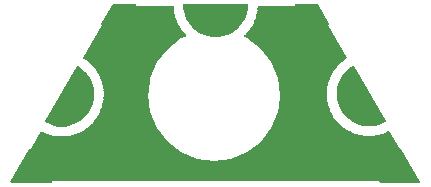
<source format=gbr>
G04 EAGLE Gerber RS-274X export*
G75*
%MOMM*%
%FSLAX34Y34*%
%LPD*%
%INTop Copper*%
%IPPOS*%
%AMOC8*
5,1,8,0,0,1.08239X$1,22.5*%
G01*
%ADD10C,1.000000*%

G36*
X519442Y345711D02*
X519442Y345711D01*
X519483Y345709D01*
X519539Y345730D01*
X519597Y345742D01*
X519631Y345766D01*
X519669Y345780D01*
X519712Y345821D01*
X519761Y345855D01*
X519783Y345889D01*
X519812Y345918D01*
X519836Y345972D01*
X519868Y346022D01*
X519875Y346063D01*
X519891Y346101D01*
X519891Y346160D01*
X519901Y346218D01*
X519891Y346258D01*
X519892Y346299D01*
X519865Y346369D01*
X519855Y346412D01*
X519842Y346429D01*
X519833Y346455D01*
X503729Y373877D01*
X503723Y373883D01*
X503720Y373891D01*
X503657Y373957D01*
X503596Y374025D01*
X503588Y374028D01*
X503582Y374034D01*
X503499Y374070D01*
X503416Y374109D01*
X503407Y374110D01*
X503400Y374113D01*
X503309Y374113D01*
X503217Y374117D01*
X503209Y374114D01*
X503201Y374114D01*
X503045Y374055D01*
X502601Y373794D01*
X493494Y389568D01*
X493486Y389571D01*
X493484Y389574D01*
X493483Y389574D01*
X493481Y389572D01*
X493479Y389573D01*
X493479Y389572D01*
X493478Y389572D01*
X492602Y389067D01*
X492273Y389024D01*
X492272Y389022D01*
X492270Y389023D01*
X490831Y388331D01*
X490830Y388329D01*
X490828Y388329D01*
X490319Y387908D01*
X489298Y387593D01*
X489297Y387592D01*
X489296Y387592D01*
X488333Y387129D01*
X487673Y387092D01*
X487672Y387091D01*
X487671Y387091D01*
X487670Y387091D01*
X485829Y386524D01*
X485828Y386522D01*
X485826Y386523D01*
X485260Y386182D01*
X484203Y386023D01*
X484203Y386022D01*
X484202Y386023D01*
X483180Y385708D01*
X482522Y385770D01*
X482520Y385769D01*
X482519Y385770D01*
X480614Y385483D01*
X480613Y385482D01*
X480611Y385482D01*
X480000Y385230D01*
X478932Y385230D01*
X478931Y385229D01*
X478930Y385230D01*
X477873Y385071D01*
X477231Y385230D01*
X477230Y385229D01*
X477228Y385231D01*
X475302Y385231D01*
X475300Y385230D01*
X475299Y385231D01*
X474657Y385072D01*
X473601Y385232D01*
X473600Y385231D01*
X473599Y385232D01*
X472530Y385232D01*
X471919Y385485D01*
X471918Y385485D01*
X471917Y385486D01*
X470012Y385774D01*
X470010Y385773D01*
X470009Y385774D01*
X469351Y385712D01*
X468329Y386028D01*
X468328Y386027D01*
X468328Y386028D01*
X467271Y386188D01*
X466705Y386529D01*
X466703Y386529D01*
X466702Y386530D01*
X464861Y387099D01*
X464860Y387098D01*
X464858Y387099D01*
X464199Y387136D01*
X463236Y387601D01*
X463235Y387600D01*
X463234Y387601D01*
X462213Y387917D01*
X461704Y388338D01*
X461702Y388338D01*
X461702Y388340D01*
X459966Y389176D01*
X459964Y389176D01*
X459963Y389177D01*
X459316Y389313D01*
X458434Y389915D01*
X458432Y389915D01*
X458432Y389916D01*
X457469Y390380D01*
X457029Y390873D01*
X457027Y390873D01*
X457027Y390875D01*
X455435Y391961D01*
X455433Y391960D01*
X455433Y391962D01*
X454813Y392192D01*
X454030Y392919D01*
X454028Y392919D01*
X454028Y392920D01*
X453145Y393523D01*
X452784Y394076D01*
X452782Y394076D01*
X452782Y394078D01*
X451370Y395389D01*
X451368Y395389D01*
X451367Y395391D01*
X450789Y395711D01*
X450123Y396546D01*
X450122Y396546D01*
X450122Y396548D01*
X449338Y397275D01*
X449063Y397876D01*
X449061Y397877D01*
X449062Y397878D01*
X447861Y399385D01*
X447859Y399385D01*
X447859Y399387D01*
X447334Y399789D01*
X446800Y400715D01*
X446799Y400716D01*
X446799Y400717D01*
X446133Y401553D01*
X445951Y402188D01*
X445949Y402189D01*
X445949Y402190D01*
X444986Y403859D01*
X444985Y403860D01*
X444985Y403862D01*
X444526Y404338D01*
X444136Y405333D01*
X444135Y405333D01*
X444136Y405334D01*
X443601Y406260D01*
X443515Y406916D01*
X443514Y406917D01*
X443515Y406918D01*
X442811Y408712D01*
X442810Y408713D01*
X442810Y408715D01*
X442428Y409254D01*
X442190Y410296D01*
X442189Y410296D01*
X442190Y410297D01*
X441799Y411293D01*
X441812Y411953D01*
X441811Y411955D01*
X441812Y411956D01*
X441384Y413835D01*
X441382Y413836D01*
X441383Y413837D01*
X441085Y414428D01*
X441005Y415493D01*
X441005Y415494D01*
X441005Y415495D01*
X440768Y416537D01*
X440879Y417189D01*
X440878Y417191D01*
X440879Y417192D01*
X440735Y419113D01*
X440734Y419114D01*
X440735Y419116D01*
X440528Y419744D01*
X440609Y420810D01*
X440608Y420811D01*
X440609Y420811D01*
X440529Y421877D01*
X440736Y422505D01*
X440735Y422507D01*
X440736Y422508D01*
X440881Y424429D01*
X440881Y424430D01*
X440880Y424431D01*
X440881Y424432D01*
X440770Y425084D01*
X441009Y426126D01*
X441008Y426127D01*
X441009Y426127D01*
X441089Y427193D01*
X441387Y427783D01*
X441387Y427784D01*
X441387Y427785D01*
X441388Y427786D01*
X441817Y429664D01*
X441816Y429666D01*
X441818Y429667D01*
X441806Y430328D01*
X442196Y431322D01*
X442196Y431324D01*
X442197Y431324D01*
X442435Y432366D01*
X442818Y432905D01*
X442817Y432907D01*
X442819Y432908D01*
X443524Y434701D01*
X443523Y434703D01*
X443524Y434704D01*
X443528Y434732D01*
X443536Y434791D01*
X443544Y434851D01*
X443552Y434911D01*
X443559Y434970D01*
X443567Y435030D01*
X443575Y435090D01*
X443583Y435149D01*
X443591Y435209D01*
X443596Y435245D01*
X443599Y435269D01*
X443604Y435305D01*
X443607Y435328D01*
X443607Y435329D01*
X443611Y435359D01*
X444145Y436284D01*
X444145Y436286D01*
X444146Y436286D01*
X444537Y437281D01*
X444996Y437757D01*
X444996Y437758D01*
X444997Y437759D01*
X445961Y439427D01*
X445961Y439429D01*
X445962Y439430D01*
X446146Y440065D01*
X446812Y440900D01*
X446812Y440901D01*
X446813Y440902D01*
X447348Y441827D01*
X447872Y442229D01*
X447873Y442231D01*
X447874Y442231D01*
X449076Y443737D01*
X449076Y443739D01*
X449078Y443740D01*
X449354Y444340D01*
X450137Y445067D01*
X450137Y445068D01*
X450139Y445068D01*
X450805Y445904D01*
X451384Y446223D01*
X451384Y446225D01*
X451386Y446225D01*
X452799Y447535D01*
X452799Y447537D01*
X452801Y447537D01*
X453163Y448090D01*
X454046Y448692D01*
X454047Y448693D01*
X454048Y448693D01*
X454831Y449420D01*
X455451Y449649D01*
X455452Y449651D01*
X455454Y449651D01*
X456773Y450550D01*
X456774Y450552D01*
X456776Y450553D01*
X456978Y450815D01*
X457835Y451310D01*
X457840Y451325D01*
X457839Y451325D01*
X457839Y451326D01*
X441888Y478954D01*
X442516Y479251D01*
X442538Y479268D01*
X442565Y479278D01*
X442617Y479327D01*
X442675Y479370D01*
X442689Y479395D01*
X442710Y479414D01*
X442739Y479480D01*
X442775Y479542D01*
X442778Y479570D01*
X442790Y479596D01*
X442791Y479668D01*
X442800Y479739D01*
X442792Y479766D01*
X442793Y479795D01*
X442757Y479890D01*
X442746Y479930D01*
X442739Y479939D01*
X442735Y479951D01*
X433235Y496451D01*
X433183Y496510D01*
X433137Y496572D01*
X433118Y496583D01*
X433103Y496600D01*
X433033Y496634D01*
X432966Y496674D01*
X432942Y496678D01*
X432924Y496686D01*
X432879Y496688D01*
X432802Y496701D01*
X413802Y496701D01*
X413774Y496696D01*
X413746Y496698D01*
X413678Y496676D01*
X413607Y496662D01*
X413584Y496646D01*
X413557Y496637D01*
X413502Y496590D01*
X413443Y496549D01*
X413428Y496525D01*
X413407Y496507D01*
X413375Y496442D01*
X413336Y496382D01*
X413331Y496354D01*
X413319Y496328D01*
X413310Y496227D01*
X413303Y496185D01*
X413305Y496175D01*
X413304Y496162D01*
X413361Y495447D01*
X382014Y495447D01*
X382002Y495437D01*
X382003Y495436D01*
X382002Y495435D01*
X382002Y494665D01*
X381875Y494359D01*
X381876Y494356D01*
X381874Y494355D01*
X381754Y492763D01*
X381755Y492761D01*
X381754Y492760D01*
X381865Y492108D01*
X381626Y491066D01*
X381627Y491065D01*
X381626Y491064D01*
X381546Y489998D01*
X381248Y489409D01*
X381248Y489407D01*
X381247Y489406D01*
X380818Y487528D01*
X380819Y487526D01*
X380817Y487525D01*
X380829Y486864D01*
X380439Y485869D01*
X380439Y485868D01*
X380438Y485867D01*
X380200Y484825D01*
X379817Y484287D01*
X379818Y484285D01*
X379816Y484284D01*
X379111Y482491D01*
X379112Y482489D01*
X379111Y482488D01*
X379109Y482473D01*
X379101Y482413D01*
X379098Y482389D01*
X379090Y482329D01*
X379082Y482270D01*
X379079Y482246D01*
X379071Y482186D01*
X379063Y482127D01*
X379063Y482126D01*
X379055Y482067D01*
X379052Y482043D01*
X379044Y481983D01*
X379036Y481924D01*
X379033Y481900D01*
X379025Y481840D01*
X379024Y481833D01*
X378490Y480907D01*
X378490Y480906D01*
X378489Y480906D01*
X378098Y479911D01*
X377639Y479435D01*
X377639Y479433D01*
X377638Y479433D01*
X376674Y477764D01*
X376674Y477763D01*
X376673Y477762D01*
X376489Y477127D01*
X375823Y476291D01*
X375823Y476290D01*
X375822Y476290D01*
X375287Y475364D01*
X374763Y474962D01*
X374762Y474960D01*
X374761Y474960D01*
X373559Y473454D01*
X373559Y473452D01*
X373557Y473452D01*
X373281Y472851D01*
X372498Y472124D01*
X372498Y472123D01*
X372496Y472123D01*
X371830Y471288D01*
X371251Y470968D01*
X371251Y470966D01*
X371249Y470967D01*
X369836Y469656D01*
X369836Y469654D01*
X369834Y469654D01*
X369725Y469487D01*
X369725Y469486D01*
X369724Y469486D01*
X369725Y469484D01*
X369727Y469471D01*
X369729Y469471D01*
X369730Y469469D01*
X373154Y468051D01*
X384739Y459161D01*
X393629Y447576D01*
X399217Y434086D01*
X401123Y419608D01*
X401115Y419550D01*
X401110Y419514D01*
X401104Y419467D01*
X401099Y419431D01*
X401093Y419383D01*
X401088Y419347D01*
X401077Y419264D01*
X401073Y419228D01*
X401066Y419180D01*
X401062Y419144D01*
X401055Y419097D01*
X401055Y419096D01*
X401051Y419061D01*
X401040Y418977D01*
X401029Y418894D01*
X401024Y418858D01*
X401018Y418810D01*
X401013Y418774D01*
X401007Y418726D01*
X401002Y418691D01*
X400991Y418607D01*
X400986Y418571D01*
X400980Y418524D01*
X400980Y418523D01*
X400975Y418488D01*
X400969Y418440D01*
X400964Y418404D01*
X400953Y418321D01*
X400949Y418285D01*
X400942Y418237D01*
X400938Y418201D01*
X400931Y418153D01*
X400927Y418118D01*
X400916Y418034D01*
X400905Y417951D01*
X400905Y417950D01*
X400900Y417915D01*
X400894Y417867D01*
X400889Y417831D01*
X400883Y417783D01*
X400878Y417748D01*
X400867Y417664D01*
X400862Y417628D01*
X400856Y417580D01*
X400851Y417545D01*
X400845Y417497D01*
X400840Y417461D01*
X400829Y417378D01*
X400829Y417377D01*
X400824Y417342D01*
X400818Y417294D01*
X400813Y417258D01*
X400807Y417210D01*
X400802Y417175D01*
X400791Y417091D01*
X400780Y417007D01*
X400776Y416972D01*
X400769Y416924D01*
X400765Y416888D01*
X400758Y416840D01*
X400754Y416805D01*
X400754Y416804D01*
X400743Y416721D01*
X400738Y416685D01*
X400732Y416637D01*
X400727Y416602D01*
X400721Y416554D01*
X400716Y416518D01*
X400705Y416434D01*
X400700Y416399D01*
X400694Y416351D01*
X400689Y416315D01*
X400683Y416267D01*
X400678Y416232D01*
X400678Y416231D01*
X400667Y416148D01*
X400656Y416064D01*
X400652Y416029D01*
X400651Y416029D01*
X400652Y416029D01*
X400645Y415981D01*
X400641Y415945D01*
X400640Y415945D01*
X400641Y415945D01*
X400634Y415897D01*
X400630Y415861D01*
X400629Y415861D01*
X400630Y415861D01*
X400619Y415778D01*
X400618Y415778D01*
X400619Y415778D01*
X400614Y415742D01*
X400608Y415694D01*
X400607Y415694D01*
X400603Y415659D01*
X400603Y415658D01*
X400597Y415611D01*
X400596Y415611D01*
X400592Y415575D01*
X400581Y415491D01*
X400576Y415456D01*
X400570Y415408D01*
X400565Y415372D01*
X400559Y415324D01*
X400554Y415288D01*
X400543Y415205D01*
X400532Y415121D01*
X400527Y415086D01*
X400527Y415085D01*
X400521Y415038D01*
X400516Y415002D01*
X400510Y414954D01*
X400505Y414918D01*
X400494Y414835D01*
X400490Y414799D01*
X400483Y414751D01*
X400479Y414715D01*
X400472Y414668D01*
X400468Y414632D01*
X400457Y414548D01*
X400452Y414513D01*
X400452Y414512D01*
X400446Y414465D01*
X400441Y414429D01*
X400435Y414381D01*
X400430Y414345D01*
X400419Y414262D01*
X400408Y414178D01*
X400403Y414142D01*
X400397Y414095D01*
X400392Y414059D01*
X400386Y414011D01*
X400381Y413975D01*
X400370Y413892D01*
X400365Y413856D01*
X400359Y413808D01*
X400354Y413772D01*
X400348Y413725D01*
X400343Y413689D01*
X400332Y413605D01*
X400328Y413569D01*
X400321Y413522D01*
X400317Y413486D01*
X400310Y413438D01*
X400306Y413402D01*
X400295Y413319D01*
X400284Y413235D01*
X400279Y413199D01*
X400273Y413152D01*
X400268Y413116D01*
X400262Y413068D01*
X400257Y413032D01*
X400246Y412949D01*
X400241Y412913D01*
X400235Y412865D01*
X400230Y412829D01*
X400224Y412782D01*
X400219Y412746D01*
X400208Y412662D01*
X400204Y412626D01*
X400197Y412579D01*
X400193Y412543D01*
X400186Y412495D01*
X400182Y412459D01*
X400171Y412376D01*
X400160Y412292D01*
X400155Y412256D01*
X400149Y412209D01*
X400144Y412173D01*
X400138Y412125D01*
X400133Y412089D01*
X400122Y412006D01*
X400117Y411970D01*
X400111Y411922D01*
X400106Y411886D01*
X400100Y411839D01*
X400100Y411838D01*
X400095Y411803D01*
X400084Y411719D01*
X400079Y411683D01*
X400073Y411636D01*
X400068Y411600D01*
X400062Y411552D01*
X400057Y411516D01*
X400046Y411433D01*
X400035Y411349D01*
X400031Y411313D01*
X400024Y411266D01*
X400024Y411265D01*
X400020Y411230D01*
X400013Y411182D01*
X400009Y411146D01*
X399998Y411063D01*
X399993Y411027D01*
X399987Y410979D01*
X399982Y410943D01*
X399976Y410895D01*
X399971Y410860D01*
X399960Y410776D01*
X399955Y410740D01*
X399949Y410693D01*
X399949Y410692D01*
X399944Y410657D01*
X399938Y410609D01*
X399933Y410573D01*
X399922Y410490D01*
X399911Y410406D01*
X399907Y410370D01*
X399900Y410322D01*
X399896Y410287D01*
X399889Y410239D01*
X399885Y410203D01*
X399874Y410120D01*
X399874Y410119D01*
X399869Y410084D01*
X399863Y410036D01*
X399858Y410000D01*
X399852Y409952D01*
X399847Y409917D01*
X399836Y409833D01*
X399831Y409797D01*
X399825Y409749D01*
X399820Y409714D01*
X399814Y409666D01*
X399809Y409630D01*
X399798Y409547D01*
X399798Y409546D01*
X399787Y409463D01*
X399782Y409427D01*
X399776Y409379D01*
X399771Y409344D01*
X399765Y409296D01*
X399760Y409260D01*
X399749Y409176D01*
X399745Y409141D01*
X399738Y409093D01*
X399734Y409057D01*
X399727Y409009D01*
X399723Y408974D01*
X399723Y408973D01*
X399712Y408890D01*
X399707Y408854D01*
X399701Y408806D01*
X399696Y408771D01*
X399690Y408723D01*
X399685Y408687D01*
X399674Y408603D01*
X399663Y408520D01*
X399658Y408484D01*
X399652Y408436D01*
X399647Y408401D01*
X399647Y408400D01*
X399641Y408353D01*
X399636Y408317D01*
X399625Y408233D01*
X399621Y408198D01*
X399614Y408150D01*
X399610Y408114D01*
X399603Y408066D01*
X399599Y408030D01*
X399588Y407947D01*
X399583Y407911D01*
X399577Y407863D01*
X399572Y407828D01*
X399572Y407827D01*
X399566Y407780D01*
X399561Y407744D01*
X399550Y407660D01*
X399539Y407577D01*
X399534Y407541D01*
X399528Y407493D01*
X399523Y407457D01*
X399517Y407410D01*
X399512Y407374D01*
X399501Y407290D01*
X399496Y407255D01*
X399496Y407254D01*
X399490Y407207D01*
X399485Y407171D01*
X399479Y407123D01*
X399474Y407087D01*
X399463Y407004D01*
X399459Y406968D01*
X399452Y406920D01*
X399448Y406884D01*
X399441Y406837D01*
X399437Y406801D01*
X399426Y406717D01*
X399415Y406634D01*
X399410Y406598D01*
X399404Y406550D01*
X399399Y406514D01*
X399393Y406467D01*
X399388Y406431D01*
X399377Y406347D01*
X399372Y406311D01*
X399366Y406264D01*
X399361Y406228D01*
X399355Y406180D01*
X399350Y406144D01*
X399339Y406061D01*
X399335Y406025D01*
X399334Y406025D01*
X399335Y406025D01*
X399328Y405977D01*
X399324Y405941D01*
X399323Y405941D01*
X399324Y405941D01*
X399317Y405894D01*
X399313Y405858D01*
X399312Y405858D01*
X399313Y405858D01*
X399302Y405774D01*
X399301Y405774D01*
X399302Y405774D01*
X399291Y405691D01*
X399290Y405691D01*
X399291Y405691D01*
X399286Y405655D01*
X399280Y405607D01*
X399279Y405607D01*
X399275Y405571D01*
X399269Y405524D01*
X399268Y405524D01*
X399264Y405488D01*
X399253Y405404D01*
X399248Y405368D01*
X399242Y405321D01*
X399237Y405285D01*
X399231Y405237D01*
X399226Y405201D01*
X399217Y405130D01*
X393629Y391640D01*
X384739Y380055D01*
X373154Y371165D01*
X359664Y365577D01*
X345186Y363671D01*
X330708Y365577D01*
X317218Y371165D01*
X305633Y380055D01*
X296743Y391640D01*
X291155Y405130D01*
X289249Y419608D01*
X289254Y419643D01*
X289259Y419678D01*
X289265Y419726D01*
X289270Y419762D01*
X289281Y419846D01*
X289285Y419881D01*
X289292Y419929D01*
X289296Y419965D01*
X289303Y420013D01*
X289307Y420048D01*
X289307Y420049D01*
X289318Y420132D01*
X289323Y420168D01*
X289329Y420216D01*
X289334Y420251D01*
X289340Y420299D01*
X289345Y420335D01*
X289356Y420419D01*
X289367Y420502D01*
X289372Y420538D01*
X289378Y420586D01*
X289383Y420621D01*
X289383Y420622D01*
X289394Y420705D01*
X289405Y420789D01*
X289409Y420824D01*
X289416Y420872D01*
X289420Y420908D01*
X289427Y420956D01*
X289431Y420992D01*
X289442Y421075D01*
X289447Y421111D01*
X289453Y421159D01*
X289458Y421194D01*
X289458Y421195D01*
X289464Y421242D01*
X289469Y421278D01*
X289480Y421362D01*
X289485Y421397D01*
X289491Y421445D01*
X289496Y421481D01*
X289502Y421529D01*
X289507Y421565D01*
X289518Y421648D01*
X289529Y421732D01*
X289534Y421767D01*
X289534Y421768D01*
X289540Y421815D01*
X289545Y421851D01*
X289556Y421935D01*
X289567Y422018D01*
X289571Y422054D01*
X289578Y422102D01*
X289582Y422138D01*
X289589Y422185D01*
X289593Y422221D01*
X289604Y422305D01*
X289609Y422340D01*
X289609Y422341D01*
X289615Y422388D01*
X289620Y422424D01*
X289626Y422472D01*
X289631Y422508D01*
X289642Y422591D01*
X289647Y422627D01*
X289653Y422675D01*
X289658Y422711D01*
X289664Y422758D01*
X289669Y422794D01*
X289680Y422878D01*
X289691Y422961D01*
X289695Y422997D01*
X289702Y423045D01*
X289706Y423081D01*
X289713Y423128D01*
X289717Y423164D01*
X289728Y423248D01*
X289733Y423284D01*
X289739Y423331D01*
X289744Y423367D01*
X289750Y423415D01*
X289755Y423451D01*
X289766Y423534D01*
X289771Y423570D01*
X289777Y423618D01*
X289782Y423654D01*
X289788Y423701D01*
X289793Y423737D01*
X289804Y423821D01*
X289809Y423857D01*
X289815Y423904D01*
X289820Y423940D01*
X289826Y423988D01*
X289831Y424024D01*
X289842Y424107D01*
X289853Y424191D01*
X289857Y424227D01*
X289864Y424274D01*
X289868Y424310D01*
X289875Y424358D01*
X289879Y424394D01*
X289890Y424477D01*
X289895Y424513D01*
X289901Y424561D01*
X289906Y424597D01*
X289912Y424644D01*
X289917Y424680D01*
X289928Y424764D01*
X289933Y424800D01*
X289939Y424847D01*
X289944Y424883D01*
X289950Y424931D01*
X289955Y424967D01*
X289966Y425050D01*
X289970Y425086D01*
X289977Y425134D01*
X289981Y425170D01*
X289988Y425217D01*
X289992Y425253D01*
X290003Y425337D01*
X290014Y425420D01*
X290019Y425456D01*
X290025Y425504D01*
X290030Y425540D01*
X290036Y425587D01*
X290036Y425588D01*
X290041Y425623D01*
X290052Y425707D01*
X290057Y425743D01*
X290063Y425790D01*
X290068Y425826D01*
X290074Y425874D01*
X290079Y425910D01*
X290090Y425993D01*
X290095Y426029D01*
X290101Y426077D01*
X290106Y426113D01*
X290112Y426160D01*
X290112Y426161D01*
X290117Y426196D01*
X290128Y426280D01*
X290132Y426316D01*
X290139Y426363D01*
X290143Y426399D01*
X290150Y426447D01*
X290154Y426483D01*
X290165Y426566D01*
X290176Y426650D01*
X290181Y426686D01*
X290187Y426733D01*
X290187Y426734D01*
X290192Y426769D01*
X290198Y426817D01*
X290203Y426853D01*
X290214Y426936D01*
X290219Y426972D01*
X290225Y427020D01*
X290230Y427056D01*
X290236Y427104D01*
X290241Y427139D01*
X290252Y427223D01*
X290256Y427259D01*
X290257Y427259D01*
X290256Y427259D01*
X290263Y427306D01*
X290263Y427307D01*
X290267Y427342D01*
X290268Y427342D01*
X290267Y427342D01*
X290274Y427390D01*
X290278Y427426D01*
X290279Y427426D01*
X290278Y427426D01*
X290289Y427509D01*
X290290Y427509D01*
X290289Y427509D01*
X290300Y427593D01*
X290301Y427593D01*
X290305Y427629D01*
X290311Y427677D01*
X290312Y427677D01*
X290316Y427712D01*
X290327Y427796D01*
X290338Y427879D01*
X290338Y427880D01*
X290343Y427915D01*
X290349Y427963D01*
X290354Y427999D01*
X290360Y428047D01*
X290365Y428082D01*
X290376Y428166D01*
X290381Y428202D01*
X290387Y428250D01*
X290392Y428285D01*
X290398Y428333D01*
X290403Y428369D01*
X290414Y428452D01*
X290414Y428453D01*
X290418Y428488D01*
X290425Y428536D01*
X290429Y428572D01*
X290436Y428620D01*
X290440Y428655D01*
X290451Y428739D01*
X290462Y428823D01*
X290467Y428858D01*
X290473Y428906D01*
X290478Y428942D01*
X290489Y429025D01*
X290489Y429026D01*
X290500Y429109D01*
X290505Y429145D01*
X290511Y429193D01*
X290516Y429228D01*
X290522Y429276D01*
X290527Y429312D01*
X290538Y429396D01*
X290543Y429431D01*
X290549Y429479D01*
X290554Y429515D01*
X290560Y429563D01*
X290565Y429598D01*
X290565Y429599D01*
X290576Y429682D01*
X290580Y429718D01*
X290587Y429766D01*
X290591Y429801D01*
X290598Y429849D01*
X290602Y429885D01*
X290613Y429969D01*
X290624Y430052D01*
X290629Y430088D01*
X290635Y430136D01*
X290640Y430171D01*
X290640Y430172D01*
X290651Y430255D01*
X290662Y430339D01*
X290667Y430374D01*
X290673Y430422D01*
X290678Y430458D01*
X290684Y430506D01*
X290689Y430542D01*
X290700Y430625D01*
X290704Y430661D01*
X290711Y430709D01*
X290715Y430744D01*
X290715Y430745D01*
X290722Y430792D01*
X290726Y430828D01*
X290737Y430912D01*
X290742Y430947D01*
X290748Y430995D01*
X290753Y431031D01*
X290759Y431079D01*
X290764Y431115D01*
X290775Y431198D01*
X290786Y431282D01*
X290791Y431317D01*
X290791Y431318D01*
X290797Y431365D01*
X290802Y431401D01*
X290813Y431485D01*
X290824Y431568D01*
X290829Y431604D01*
X290835Y431652D01*
X290840Y431688D01*
X290846Y431735D01*
X290851Y431771D01*
X290862Y431855D01*
X290866Y431890D01*
X290866Y431891D01*
X290873Y431938D01*
X290877Y431974D01*
X290884Y432022D01*
X290888Y432058D01*
X290899Y432141D01*
X290904Y432177D01*
X290910Y432225D01*
X290915Y432261D01*
X290921Y432308D01*
X290926Y432344D01*
X290937Y432428D01*
X290948Y432511D01*
X290953Y432547D01*
X290959Y432595D01*
X290964Y432631D01*
X290975Y432714D01*
X290986Y432798D01*
X290990Y432834D01*
X290997Y432881D01*
X291001Y432917D01*
X291008Y432965D01*
X291012Y433001D01*
X291023Y433084D01*
X291028Y433120D01*
X291034Y433168D01*
X291039Y433204D01*
X291045Y433251D01*
X291050Y433287D01*
X291061Y433371D01*
X291066Y433407D01*
X291072Y433454D01*
X291077Y433490D01*
X291083Y433538D01*
X291088Y433574D01*
X291099Y433657D01*
X291110Y433741D01*
X291115Y433777D01*
X291121Y433824D01*
X291126Y433860D01*
X291132Y433908D01*
X291137Y433944D01*
X291148Y434027D01*
X291152Y434063D01*
X291155Y434086D01*
X296743Y447576D01*
X305633Y459161D01*
X317218Y468051D01*
X322312Y470161D01*
X322313Y470163D01*
X322315Y470163D01*
X322315Y470167D01*
X322319Y470175D01*
X322315Y470177D01*
X322315Y470180D01*
X321451Y470982D01*
X321450Y470983D01*
X321449Y470984D01*
X320871Y471304D01*
X320205Y472140D01*
X320204Y472140D01*
X320204Y472141D01*
X319420Y472868D01*
X319145Y473469D01*
X319143Y473470D01*
X319143Y473472D01*
X317943Y474978D01*
X317941Y474979D01*
X317941Y474980D01*
X317416Y475383D01*
X316882Y476309D01*
X316881Y476309D01*
X316881Y476310D01*
X316215Y477146D01*
X316032Y477781D01*
X316031Y477782D01*
X316031Y477784D01*
X315068Y479453D01*
X315066Y479453D01*
X315067Y479455D01*
X314608Y479931D01*
X314218Y480926D01*
X314217Y480927D01*
X314217Y480928D01*
X313683Y481854D01*
X313597Y482509D01*
X313596Y482510D01*
X313596Y482512D01*
X312893Y484306D01*
X312891Y484306D01*
X312892Y484308D01*
X312509Y484847D01*
X312272Y485889D01*
X312271Y485890D01*
X312271Y485891D01*
X311881Y486886D01*
X311894Y487547D01*
X311893Y487548D01*
X311894Y487550D01*
X311465Y489428D01*
X311464Y489429D01*
X311464Y489431D01*
X311167Y490021D01*
X311087Y491087D01*
X311086Y491088D01*
X311087Y491089D01*
X310849Y492131D01*
X310960Y492782D01*
X310960Y492783D01*
X310960Y492784D01*
X310961Y492785D01*
X310842Y494378D01*
X310840Y494380D01*
X310841Y494381D01*
X310714Y494688D01*
X310714Y495435D01*
X310704Y495447D01*
X310703Y495446D01*
X310702Y495447D01*
X279043Y495447D01*
X279100Y496162D01*
X279096Y496191D01*
X279101Y496219D01*
X279084Y496288D01*
X279076Y496360D01*
X279062Y496384D01*
X279055Y496412D01*
X279012Y496470D01*
X278977Y496532D01*
X278954Y496549D01*
X278937Y496572D01*
X278875Y496609D01*
X278818Y496652D01*
X278790Y496659D01*
X278766Y496674D01*
X278666Y496690D01*
X278625Y496701D01*
X278615Y496699D01*
X278602Y496701D01*
X259602Y496701D01*
X259526Y496686D01*
X259448Y496677D01*
X259429Y496666D01*
X259407Y496662D01*
X259343Y496618D01*
X259275Y496579D01*
X259259Y496560D01*
X259243Y496549D01*
X259219Y496511D01*
X259169Y496451D01*
X249669Y479951D01*
X249660Y479924D01*
X249644Y479900D01*
X249629Y479830D01*
X249606Y479762D01*
X249609Y479734D01*
X249603Y479706D01*
X249617Y479636D01*
X249622Y479564D01*
X249635Y479539D01*
X249641Y479511D01*
X249681Y479451D01*
X249714Y479388D01*
X249736Y479370D01*
X249752Y479346D01*
X249835Y479288D01*
X249867Y479261D01*
X249878Y479258D01*
X249889Y479251D01*
X250516Y478954D01*
X234419Y451073D01*
X234422Y451058D01*
X234423Y451058D01*
X234424Y451057D01*
X235341Y450527D01*
X235543Y450264D01*
X235545Y450264D01*
X235545Y450262D01*
X236865Y449362D01*
X236867Y449362D01*
X236867Y449360D01*
X237487Y449130D01*
X238270Y448403D01*
X238272Y448403D01*
X238272Y448402D01*
X239154Y447799D01*
X239516Y447246D01*
X239518Y447246D01*
X239518Y447244D01*
X240930Y445933D01*
X240932Y445933D01*
X240933Y445931D01*
X241511Y445612D01*
X242177Y444776D01*
X242178Y444776D01*
X242178Y444775D01*
X242961Y444047D01*
X243237Y443446D01*
X243239Y443446D01*
X243238Y443444D01*
X244439Y441937D01*
X244441Y441937D01*
X244441Y441935D01*
X244965Y441533D01*
X245500Y440607D01*
X245501Y440606D01*
X245501Y440605D01*
X246167Y439770D01*
X246349Y439134D01*
X246351Y439133D01*
X246350Y439132D01*
X247313Y437463D01*
X247315Y437462D01*
X247315Y437460D01*
X247773Y436984D01*
X248164Y435989D01*
X248165Y435989D01*
X248164Y435988D01*
X248699Y435062D01*
X248785Y434407D01*
X248786Y434405D01*
X248785Y434404D01*
X249489Y432610D01*
X249490Y432609D01*
X249490Y432607D01*
X249872Y432068D01*
X250110Y431026D01*
X250111Y431026D01*
X250110Y431025D01*
X250500Y430029D01*
X250488Y429369D01*
X250489Y429367D01*
X250488Y429366D01*
X250916Y427487D01*
X250918Y427486D01*
X250917Y427485D01*
X251215Y426894D01*
X251294Y425829D01*
X251295Y425828D01*
X251295Y425827D01*
X251532Y424785D01*
X251421Y424133D01*
X251422Y424132D01*
X251421Y424130D01*
X251565Y422209D01*
X251566Y422208D01*
X251565Y422206D01*
X251771Y421578D01*
X251691Y420513D01*
X251692Y420512D01*
X251691Y420511D01*
X251771Y419445D01*
X251564Y418817D01*
X251565Y418815D01*
X251563Y418814D01*
X251419Y416893D01*
X251420Y416892D01*
X251419Y416890D01*
X251529Y416239D01*
X251291Y415196D01*
X251292Y415195D01*
X251291Y415195D01*
X251211Y414129D01*
X250913Y413539D01*
X250913Y413537D01*
X250912Y413536D01*
X250482Y411658D01*
X250483Y411656D01*
X250482Y411655D01*
X250494Y410995D01*
X250104Y410000D01*
X250104Y409999D01*
X250103Y409998D01*
X249865Y408956D01*
X249482Y408417D01*
X249482Y408415D01*
X249481Y408415D01*
X248776Y406621D01*
X248777Y406619D01*
X248776Y406618D01*
X248773Y406598D01*
X248770Y406574D01*
X248762Y406514D01*
X248754Y406455D01*
X248746Y406395D01*
X248743Y406371D01*
X248735Y406311D01*
X248727Y406252D01*
X248724Y406228D01*
X248716Y406168D01*
X248708Y406109D01*
X248708Y406108D01*
X248700Y406049D01*
X248697Y406025D01*
X248689Y405965D01*
X248689Y405963D01*
X248155Y405038D01*
X248155Y405037D01*
X248154Y405036D01*
X247763Y404041D01*
X247304Y403565D01*
X247304Y403564D01*
X247302Y403563D01*
X246339Y401895D01*
X246339Y401893D01*
X246337Y401892D01*
X246154Y401257D01*
X245488Y400422D01*
X245488Y400421D01*
X245487Y400420D01*
X244952Y399495D01*
X244427Y399093D01*
X244427Y399091D01*
X244425Y399091D01*
X243224Y397585D01*
X243224Y397583D01*
X243222Y397582D01*
X242946Y396982D01*
X242163Y396255D01*
X242162Y396254D01*
X242161Y396254D01*
X241495Y395418D01*
X240916Y395099D01*
X240916Y395097D01*
X240914Y395097D01*
X239501Y393787D01*
X239501Y393785D01*
X239499Y393785D01*
X239137Y393232D01*
X238254Y392630D01*
X238253Y392629D01*
X238252Y392629D01*
X237469Y391902D01*
X236849Y391673D01*
X236848Y391671D01*
X236846Y391671D01*
X235254Y390586D01*
X235254Y390585D01*
X235252Y390585D01*
X234811Y390092D01*
X233848Y389628D01*
X233848Y389627D01*
X233847Y389627D01*
X232963Y389026D01*
X232316Y388891D01*
X232315Y388889D01*
X232314Y388890D01*
X230577Y388055D01*
X230577Y388053D01*
X230575Y388053D01*
X230066Y387632D01*
X229044Y387317D01*
X229044Y387316D01*
X229043Y387316D01*
X228080Y386853D01*
X227420Y386816D01*
X227418Y386814D01*
X227417Y386815D01*
X225576Y386248D01*
X225575Y386246D01*
X225573Y386247D01*
X225007Y385906D01*
X223950Y385747D01*
X223949Y385746D01*
X223948Y385747D01*
X222927Y385432D01*
X222269Y385494D01*
X222267Y385493D01*
X222266Y385494D01*
X220361Y385207D01*
X220359Y385206D01*
X220358Y385206D01*
X219747Y384954D01*
X219457Y384954D01*
X219360Y384954D01*
X218678Y384954D01*
X218677Y384954D01*
X217619Y384795D01*
X216978Y384954D01*
X216977Y384954D01*
X216976Y384954D01*
X216975Y384955D01*
X215049Y384955D01*
X215047Y384954D01*
X215046Y384955D01*
X214404Y384796D01*
X213347Y384956D01*
X213346Y384955D01*
X213346Y384956D01*
X212277Y384956D01*
X211666Y385209D01*
X211664Y385209D01*
X211663Y385210D01*
X209758Y385498D01*
X209757Y385497D01*
X209755Y385498D01*
X209097Y385436D01*
X208076Y385752D01*
X208075Y385751D01*
X208074Y385752D01*
X207018Y385912D01*
X206452Y386253D01*
X206450Y386253D01*
X206449Y386254D01*
X204608Y386823D01*
X204606Y386822D01*
X204605Y386823D01*
X203945Y386860D01*
X202982Y387325D01*
X202981Y387324D01*
X202981Y387325D01*
X201960Y387641D01*
X201451Y388062D01*
X201449Y388062D01*
X201449Y388064D01*
X200010Y388757D01*
X200007Y388757D01*
X200006Y388758D01*
X199678Y388802D01*
X198781Y389320D01*
X198765Y389317D01*
X198765Y389316D01*
X198764Y389316D01*
X189855Y373883D01*
X189098Y374312D01*
X189091Y374315D01*
X189086Y374319D01*
X188997Y374345D01*
X188909Y374374D01*
X188902Y374373D01*
X188895Y374375D01*
X188804Y374365D01*
X188711Y374357D01*
X188705Y374354D01*
X188697Y374353D01*
X188617Y374307D01*
X188535Y374264D01*
X188531Y374258D01*
X188524Y374255D01*
X188419Y374126D01*
X172569Y346450D01*
X172557Y346414D01*
X172536Y346381D01*
X172526Y346320D01*
X172506Y346261D01*
X172509Y346223D01*
X172503Y346185D01*
X172517Y346125D01*
X172522Y346063D01*
X172540Y346029D01*
X172549Y345992D01*
X172586Y345942D01*
X172615Y345887D01*
X172644Y345863D01*
X172667Y345832D01*
X172720Y345800D01*
X172768Y345761D01*
X172805Y345750D01*
X172838Y345730D01*
X172916Y345717D01*
X172959Y345705D01*
X172978Y345707D01*
X173002Y345703D01*
X207648Y345713D01*
X207690Y345721D01*
X207733Y345720D01*
X207787Y345741D01*
X207843Y345752D01*
X207878Y345777D01*
X207919Y345792D01*
X207960Y345832D01*
X208007Y345865D01*
X208030Y345901D01*
X208061Y345931D01*
X208083Y345984D01*
X208114Y346033D01*
X208121Y346075D01*
X208138Y346115D01*
X208140Y346186D01*
X208147Y346229D01*
X208142Y346251D01*
X208142Y346281D01*
X208048Y346957D01*
X484854Y346957D01*
X484769Y346274D01*
X484772Y346234D01*
X484765Y346196D01*
X484779Y346136D01*
X484784Y346075D01*
X484802Y346040D01*
X484811Y346002D01*
X484847Y345953D01*
X484875Y345899D01*
X484906Y345874D01*
X484929Y345842D01*
X484981Y345811D01*
X485028Y345772D01*
X485066Y345761D01*
X485100Y345741D01*
X485176Y345728D01*
X485219Y345715D01*
X485239Y345717D01*
X485264Y345713D01*
X519402Y345703D01*
X519442Y345711D01*
G37*
G36*
X348400Y468960D02*
X348400Y468960D01*
X348443Y468959D01*
X352436Y469559D01*
X352466Y469570D01*
X352508Y469576D01*
X356367Y470765D01*
X356395Y470780D01*
X356437Y470792D01*
X360075Y472543D01*
X360100Y472562D01*
X360140Y472580D01*
X363476Y474853D01*
X363499Y474876D01*
X363535Y474900D01*
X366495Y477645D01*
X366514Y477671D01*
X366546Y477700D01*
X369065Y480856D01*
X369079Y480884D01*
X369107Y480918D01*
X371127Y484414D01*
X371137Y484444D01*
X371159Y484481D01*
X372635Y488239D01*
X372636Y488243D01*
X372637Y488244D01*
X372642Y488273D01*
X372657Y488310D01*
X373557Y492246D01*
X373558Y492278D01*
X373568Y492320D01*
X373871Y496346D01*
X373868Y496373D01*
X373872Y496400D01*
X373856Y496471D01*
X373846Y496544D01*
X373833Y496567D01*
X373826Y496594D01*
X373783Y496653D01*
X373747Y496716D01*
X373725Y496732D01*
X373709Y496754D01*
X373646Y496791D01*
X373587Y496835D01*
X373561Y496841D01*
X373538Y496855D01*
X373434Y496873D01*
X373394Y496883D01*
X373385Y496881D01*
X373374Y496883D01*
X319344Y496900D01*
X319317Y496895D01*
X319290Y496898D01*
X319220Y496875D01*
X319149Y496861D01*
X319126Y496845D01*
X319100Y496837D01*
X319045Y496790D01*
X318985Y496748D01*
X318970Y496725D01*
X318949Y496708D01*
X318917Y496642D01*
X318878Y496581D01*
X318873Y496554D01*
X318861Y496530D01*
X318851Y496425D01*
X318844Y496385D01*
X318847Y496376D01*
X318846Y496364D01*
X319146Y492338D01*
X319155Y492307D01*
X319157Y492264D01*
X320054Y488327D01*
X320067Y488298D01*
X320076Y488256D01*
X321550Y484497D01*
X321568Y484470D01*
X321583Y484429D01*
X323600Y480932D01*
X323621Y480908D01*
X323642Y480870D01*
X326159Y477713D01*
X326183Y477692D01*
X326209Y477658D01*
X329168Y474911D01*
X329196Y474894D01*
X329227Y474864D01*
X332562Y472589D01*
X332591Y472576D01*
X332627Y472551D01*
X336264Y470798D01*
X336295Y470791D01*
X336333Y470771D01*
X340191Y469580D01*
X340223Y469577D01*
X340264Y469563D01*
X344256Y468960D01*
X344288Y468962D01*
X344331Y468954D01*
X348368Y468953D01*
X348400Y468960D01*
G37*
G36*
X478318Y393366D02*
X478318Y393366D01*
X478361Y393365D01*
X482354Y393966D01*
X482384Y393977D01*
X482427Y393982D01*
X486285Y395171D01*
X486313Y395186D01*
X486355Y395198D01*
X489993Y396949D01*
X490015Y396966D01*
X490040Y396975D01*
X490093Y397025D01*
X490152Y397069D01*
X490165Y397093D01*
X490185Y397112D01*
X490214Y397179D01*
X490250Y397242D01*
X490254Y397269D01*
X490265Y397294D01*
X490266Y397367D01*
X490274Y397439D01*
X490267Y397465D01*
X490267Y397493D01*
X490230Y397591D01*
X490219Y397630D01*
X490213Y397638D01*
X490209Y397649D01*
X463209Y444449D01*
X463191Y444469D01*
X463180Y444494D01*
X463126Y444543D01*
X463077Y444598D01*
X463053Y444609D01*
X463033Y444628D01*
X462964Y444652D01*
X462898Y444683D01*
X462871Y444685D01*
X462845Y444694D01*
X462772Y444689D01*
X462699Y444692D01*
X462674Y444683D01*
X462647Y444681D01*
X462551Y444637D01*
X462513Y444623D01*
X462506Y444616D01*
X462496Y444612D01*
X459159Y442338D01*
X459136Y442315D01*
X459100Y442292D01*
X456140Y439546D01*
X456121Y439520D01*
X456089Y439492D01*
X453570Y436336D01*
X453556Y436307D01*
X453528Y436274D01*
X451508Y432778D01*
X451498Y432748D01*
X451476Y432711D01*
X450000Y428953D01*
X449994Y428921D01*
X449978Y428881D01*
X449078Y424945D01*
X449077Y424913D01*
X449067Y424871D01*
X448764Y420845D01*
X448767Y420821D01*
X448763Y420802D01*
X448766Y420792D01*
X448764Y420771D01*
X449064Y416744D01*
X449073Y416713D01*
X449075Y416670D01*
X449972Y412734D01*
X449986Y412705D01*
X449994Y412662D01*
X451468Y408903D01*
X451486Y408876D01*
X451501Y408836D01*
X453518Y405339D01*
X453540Y405315D01*
X453560Y405277D01*
X456077Y402119D01*
X456101Y402099D01*
X456128Y402065D01*
X459087Y399317D01*
X459114Y399301D01*
X459145Y399271D01*
X462480Y396995D01*
X462510Y396983D01*
X462545Y396958D01*
X466182Y395205D01*
X466213Y395197D01*
X466252Y395178D01*
X470109Y393986D01*
X470141Y393983D01*
X470182Y393970D01*
X474175Y393367D01*
X474206Y393368D01*
X474249Y393361D01*
X478287Y393360D01*
X478318Y393366D01*
G37*
G36*
X218065Y393090D02*
X218065Y393090D01*
X218108Y393089D01*
X222101Y393690D01*
X222130Y393701D01*
X222173Y393706D01*
X226032Y394895D01*
X226060Y394910D01*
X226101Y394922D01*
X229740Y396673D01*
X229765Y396692D01*
X229804Y396710D01*
X233141Y398984D01*
X233163Y399007D01*
X233200Y399030D01*
X236160Y401776D01*
X236179Y401802D01*
X236211Y401830D01*
X238729Y404986D01*
X238744Y405015D01*
X238772Y405048D01*
X240792Y408544D01*
X240802Y408574D01*
X240824Y408611D01*
X242300Y412369D01*
X242301Y412373D01*
X242302Y412375D01*
X242307Y412403D01*
X242322Y412441D01*
X243222Y416377D01*
X243223Y416409D01*
X243233Y416451D01*
X243536Y420477D01*
X243532Y420508D01*
X243536Y420552D01*
X243236Y424578D01*
X243227Y424609D01*
X243225Y424652D01*
X242327Y428589D01*
X242314Y428618D01*
X242305Y428660D01*
X240832Y432419D01*
X240814Y432446D01*
X240799Y432486D01*
X238781Y435983D01*
X238760Y436007D01*
X238739Y436045D01*
X236223Y439203D01*
X236199Y439223D01*
X236172Y439257D01*
X233213Y442005D01*
X233186Y442021D01*
X233155Y442051D01*
X229820Y444327D01*
X229795Y444337D01*
X229774Y444355D01*
X229704Y444376D01*
X229636Y444404D01*
X229609Y444404D01*
X229583Y444412D01*
X229510Y444404D01*
X229438Y444403D01*
X229413Y444393D01*
X229385Y444390D01*
X229322Y444354D01*
X229255Y444325D01*
X229236Y444306D01*
X229212Y444292D01*
X229145Y444211D01*
X229117Y444182D01*
X229113Y444173D01*
X229106Y444164D01*
X202076Y397381D01*
X202067Y397356D01*
X202052Y397333D01*
X202036Y397262D01*
X202013Y397193D01*
X202015Y397166D01*
X202009Y397139D01*
X202023Y397068D01*
X202028Y396995D01*
X202041Y396970D01*
X202046Y396944D01*
X202086Y396883D01*
X202120Y396818D01*
X202141Y396801D01*
X202156Y396778D01*
X202242Y396717D01*
X202273Y396691D01*
X202282Y396689D01*
X202292Y396682D01*
X205929Y394929D01*
X205960Y394921D01*
X205998Y394902D01*
X209856Y393710D01*
X209888Y393707D01*
X209929Y393694D01*
X213921Y393091D01*
X213953Y393092D01*
X213996Y393085D01*
X218033Y393084D01*
X218065Y393090D01*
G37*
D10*
X428802Y489302D03*
X507846Y352806D03*
X184050Y352806D03*
X263602Y489302D03*
X470102Y417702D03*
X222302Y417702D03*
X346202Y489302D03*
M02*

</source>
